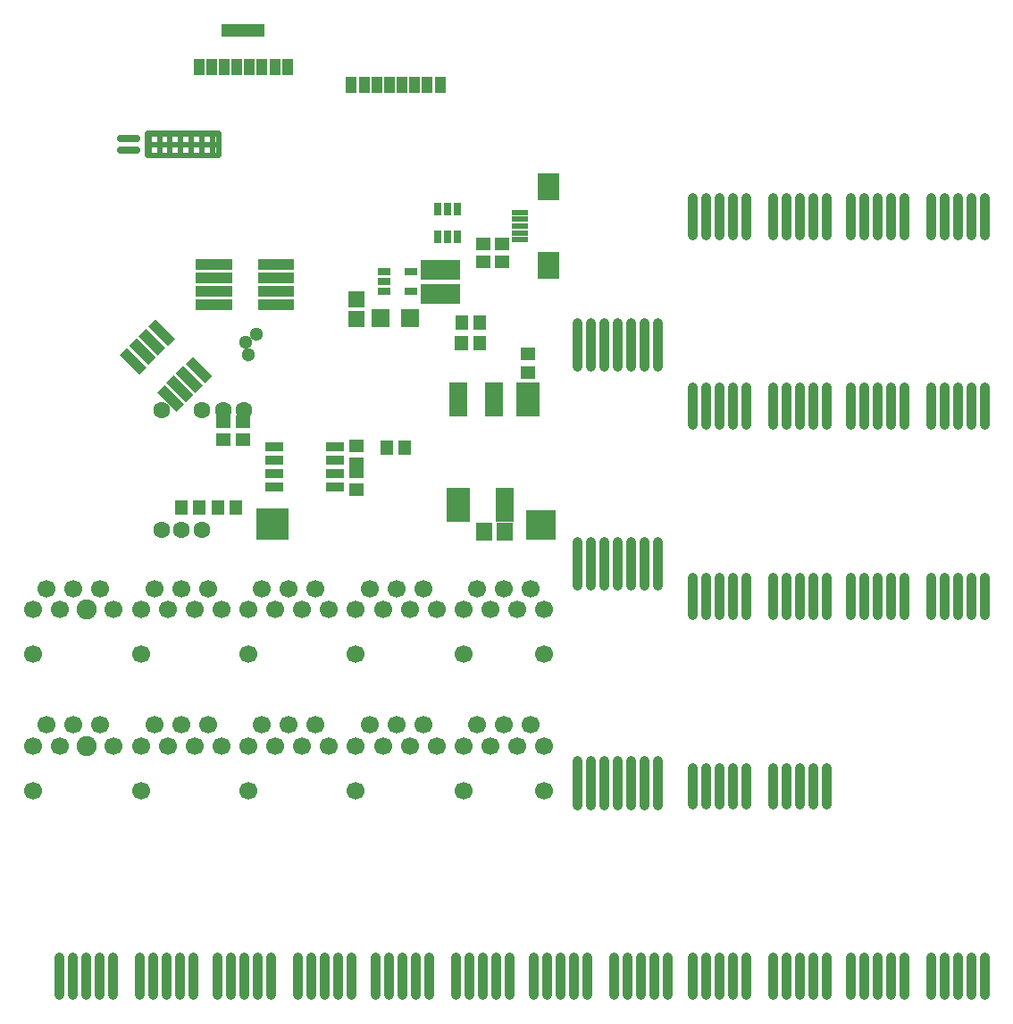
<source format=gbs>
%FSLAX34Y34*%
%MOMM*%
%LNSOLDERMASK_BOTTOM*%
G71*
G01*
%ADD10C, 1.700*%
%ADD11C, 1.900*%
%ADD12R, 1.190X0.800*%
%ADD13R, 3.700X1.900*%
%ADD14R, 1.800X1.800*%
%ADD15R, 1.600X1.500*%
%ADD16C, 1.300*%
%ADD17R, 1.800X0.870*%
%ADD18R, 1.400X1.300*%
%ADD19R, 1.300X1.400*%
%ADD20C, 1.600*%
%ADD21R, 1.550X0.600*%
%ADD22R, 2.100X2.500*%
%ADD23C, 0.700*%
%ADD24R, 2.600X1.000*%
%ADD25R, 0.500X1.200*%
%ADD26R, 1.500X1.700*%
%ADD27R, 3.500X1.000*%
%ADD28R, 2.500X1.000*%
%ADD29C, 0.950*%
%ADD30R, 0.800X1.190*%
%ADD31R, 1.700X3.200*%
%ADD32R, 2.200X3.200*%
%ADD33R, 1.000X1.600*%
%ADD34C, 0.500*%
%LPD*%
X20105Y-652498D02*
G54D10*
D03*
X122105Y-652498D02*
G54D10*
D03*
X224105Y-652498D02*
G54D10*
D03*
X326105Y-652498D02*
G54D10*
D03*
X428105Y-652498D02*
G54D10*
D03*
X504605Y-652498D02*
G54D10*
D03*
X20105Y-610222D02*
G54D10*
D03*
X45605Y-610223D02*
G54D10*
D03*
X71106Y-610222D02*
G54D11*
D03*
X96605Y-610223D02*
G54D10*
D03*
X122105Y-610223D02*
G54D10*
D03*
X147605Y-610223D02*
G54D10*
D03*
X173105Y-610223D02*
G54D10*
D03*
X198605Y-610223D02*
G54D10*
D03*
X224105Y-610223D02*
G54D10*
D03*
X249605Y-610223D02*
G54D10*
D03*
X275105Y-610223D02*
G54D10*
D03*
X300605Y-610223D02*
G54D10*
D03*
X326105Y-610223D02*
G54D10*
D03*
X351605Y-610223D02*
G54D10*
D03*
X377105Y-610223D02*
G54D10*
D03*
X402605Y-610223D02*
G54D10*
D03*
X428105Y-610223D02*
G54D10*
D03*
X453605Y-610223D02*
G54D10*
D03*
X479105Y-610223D02*
G54D10*
D03*
X504605Y-610223D02*
G54D10*
D03*
X32855Y-590222D02*
G54D10*
D03*
X58355Y-590222D02*
G54D10*
D03*
X83855Y-590223D02*
G54D10*
D03*
X134855Y-590223D02*
G54D10*
D03*
X160355Y-590223D02*
G54D10*
D03*
X185855Y-590223D02*
G54D10*
D03*
X236855Y-590223D02*
G54D10*
D03*
X262355Y-590223D02*
G54D10*
D03*
X287855Y-590223D02*
G54D10*
D03*
X338855Y-590223D02*
G54D10*
D03*
X364355Y-590223D02*
G54D10*
D03*
X389855Y-590223D02*
G54D10*
D03*
X440855Y-590223D02*
G54D10*
D03*
X466355Y-590223D02*
G54D10*
D03*
X491855Y-590223D02*
G54D10*
D03*
X352446Y-308947D02*
G54D12*
D03*
X352449Y-299542D02*
G54D12*
D03*
X352446Y-289947D02*
G54D12*
D03*
X378346Y-289947D02*
G54D12*
D03*
X378346Y-308947D02*
G54D12*
D03*
X406518Y-311416D02*
G54D13*
D03*
X406518Y-288416D02*
G54D13*
D03*
X377586Y-333744D02*
G54D14*
D03*
X349586Y-333745D02*
G54D14*
D03*
X326673Y-335252D02*
G54D15*
D03*
X326675Y-316248D02*
G54D15*
D03*
X221425Y-356830D02*
G54D16*
D03*
X231717Y-349462D02*
G54D16*
D03*
X224215Y-368948D02*
G54D16*
D03*
G36*
X487650Y-544200D02*
X487650Y-516200D01*
X515650Y-516200D01*
X515650Y-544200D01*
X487650Y-544200D01*
G37*
G36*
X261815Y-514249D02*
X261815Y-544249D01*
X231815Y-544249D01*
X231815Y-514249D01*
X261815Y-514249D01*
G37*
X305903Y-455905D02*
G54D17*
D03*
X305902Y-468605D02*
G54D17*
D03*
X305903Y-481305D02*
G54D17*
D03*
X305902Y-494005D02*
G54D17*
D03*
X248903Y-494005D02*
G54D17*
D03*
X248903Y-481305D02*
G54D17*
D03*
X248903Y-468605D02*
G54D17*
D03*
X248903Y-455905D02*
G54D17*
D03*
X326371Y-479320D02*
G54D18*
D03*
X326371Y-496320D02*
G54D18*
D03*
X326371Y-455177D02*
G54D18*
D03*
X326370Y-472177D02*
G54D18*
D03*
X355490Y-456627D02*
G54D19*
D03*
X372490Y-456627D02*
G54D19*
D03*
X141696Y-421491D02*
G54D20*
D03*
X200434Y-421491D02*
G54D20*
D03*
X219484Y-421491D02*
G54D20*
D03*
G36*
X102229Y-368952D02*
X109301Y-361882D01*
X127684Y-380268D01*
X120612Y-387338D01*
X102229Y-368952D01*
G37*
G36*
X111209Y-359972D02*
X118281Y-352901D01*
X136664Y-371287D01*
X129593Y-378358D01*
X111209Y-359972D01*
G37*
G36*
X120189Y-350991D02*
X127261Y-343921D01*
X145644Y-362308D01*
X138572Y-369378D01*
X120189Y-350991D01*
G37*
G36*
X129169Y-342013D02*
X136240Y-334942D01*
X154626Y-353325D01*
X147555Y-360397D01*
X129169Y-342013D01*
G37*
G36*
X164525Y-377368D02*
X171596Y-370297D01*
X189980Y-388681D01*
X182909Y-395752D01*
X164525Y-377368D01*
G37*
G36*
X155544Y-386349D02*
X162615Y-379277D01*
X181001Y-397661D01*
X173930Y-404732D01*
X155544Y-386349D01*
G37*
G36*
X146564Y-395329D02*
X153635Y-388258D01*
X172020Y-406641D01*
X164950Y-413713D01*
X146564Y-395329D01*
G37*
G36*
X137584Y-404308D02*
X144656Y-397237D01*
X163040Y-415623D01*
X155968Y-422694D01*
X137584Y-404308D01*
G37*
X212252Y-513547D02*
G54D19*
D03*
X195250Y-513544D02*
G54D19*
D03*
X481586Y-233740D02*
G54D21*
D03*
X481586Y-240240D02*
G54D21*
D03*
X481586Y-246740D02*
G54D21*
D03*
X481586Y-253240D02*
G54D21*
D03*
X481586Y-259740D02*
G54D21*
D03*
X508336Y-284240D02*
G54D22*
D03*
X508336Y-209240D02*
G54D22*
D03*
X464509Y-280756D02*
G54D18*
D03*
X464509Y-263756D02*
G54D18*
D03*
X446650Y-280756D02*
G54D18*
D03*
X446650Y-263756D02*
G54D18*
D03*
G54D23*
X118227Y-174621D02*
X103255Y-174621D01*
G54D23*
X118231Y-163512D02*
X103259Y-163512D01*
X160750Y-513541D02*
G54D19*
D03*
X177752Y-513544D02*
G54D19*
D03*
X245818Y-283440D02*
G54D24*
D03*
X245818Y-296140D02*
G54D24*
D03*
X245818Y-308840D02*
G54D24*
D03*
X245818Y-321540D02*
G54D24*
D03*
X195818Y-321540D02*
G54D24*
D03*
X195818Y-308840D02*
G54D24*
D03*
X195818Y-296140D02*
G54D24*
D03*
X195818Y-283440D02*
G54D24*
D03*
X200175Y-449418D02*
G54D18*
D03*
X200178Y-432416D02*
G54D18*
D03*
X219225Y-449418D02*
G54D18*
D03*
X219228Y-432416D02*
G54D18*
D03*
G36*
X419744Y-350704D02*
X432744Y-350703D01*
X432744Y-364703D01*
X419744Y-364704D01*
X419744Y-350704D01*
G37*
X443244Y-357703D02*
G54D19*
D03*
X201634Y-61378D02*
G54D25*
D03*
X206634Y-61378D02*
G54D25*
D03*
X211634Y-61378D02*
G54D25*
D03*
X216634Y-61378D02*
G54D25*
D03*
X221634Y-61378D02*
G54D25*
D03*
X226634Y-61378D02*
G54D25*
D03*
X231634Y-61378D02*
G54D25*
D03*
X236634Y-61378D02*
G54D25*
D03*
X447320Y-536166D02*
G54D26*
D03*
X467161Y-536167D02*
G54D26*
D03*
X250580Y-283440D02*
G54D27*
D03*
X195818Y-283440D02*
G54D28*
D03*
X250580Y-296140D02*
G54D27*
D03*
X250580Y-308840D02*
G54D27*
D03*
X250580Y-321540D02*
G54D27*
D03*
X191055Y-321540D02*
G54D27*
D03*
X191055Y-308840D02*
G54D27*
D03*
X191055Y-296140D02*
G54D27*
D03*
X191056Y-283440D02*
G54D27*
D03*
X20105Y-781498D02*
G54D10*
D03*
X122105Y-781498D02*
G54D10*
D03*
X224105Y-781498D02*
G54D10*
D03*
X326105Y-781498D02*
G54D10*
D03*
X428105Y-781498D02*
G54D10*
D03*
X504605Y-781498D02*
G54D10*
D03*
X20105Y-739222D02*
G54D10*
D03*
X45605Y-739223D02*
G54D10*
D03*
X71106Y-739222D02*
G54D11*
D03*
X96605Y-739223D02*
G54D10*
D03*
X122105Y-739223D02*
G54D10*
D03*
X147605Y-739223D02*
G54D10*
D03*
X173105Y-739223D02*
G54D10*
D03*
X198605Y-739223D02*
G54D10*
D03*
X224105Y-739223D02*
G54D10*
D03*
X249605Y-739223D02*
G54D10*
D03*
X275105Y-739223D02*
G54D10*
D03*
X300605Y-739223D02*
G54D10*
D03*
X326105Y-739223D02*
G54D10*
D03*
X351605Y-739223D02*
G54D10*
D03*
X377105Y-739223D02*
G54D10*
D03*
X402605Y-739223D02*
G54D10*
D03*
X428105Y-739223D02*
G54D10*
D03*
X453605Y-739223D02*
G54D10*
D03*
X479105Y-739223D02*
G54D10*
D03*
X504605Y-739223D02*
G54D10*
D03*
X32855Y-719222D02*
G54D10*
D03*
X58355Y-719222D02*
G54D10*
D03*
X83855Y-719223D02*
G54D10*
D03*
X134855Y-719223D02*
G54D10*
D03*
X160355Y-719223D02*
G54D10*
D03*
X185855Y-719223D02*
G54D10*
D03*
X236855Y-719223D02*
G54D10*
D03*
X262355Y-719223D02*
G54D10*
D03*
X287855Y-719223D02*
G54D10*
D03*
X338855Y-719223D02*
G54D10*
D03*
X364355Y-719223D02*
G54D10*
D03*
X389855Y-719223D02*
G54D10*
D03*
X440855Y-719223D02*
G54D10*
D03*
X466355Y-719223D02*
G54D10*
D03*
X491855Y-719223D02*
G54D10*
D03*
G54D29*
X158892Y-939601D02*
X158892Y-975001D01*
G54D29*
X146092Y-939601D02*
X146092Y-975001D01*
G54D29*
X133392Y-939601D02*
X133392Y-975001D01*
G54D29*
X120792Y-939601D02*
X120792Y-975001D01*
G54D29*
X95292Y-939601D02*
X95292Y-975001D01*
G54D29*
X171492Y-939601D02*
X171492Y-975001D01*
G54D29*
X82592Y-939601D02*
X82592Y-975001D01*
G54D29*
X69992Y-939601D02*
X69992Y-975001D01*
G54D29*
X57192Y-939601D02*
X57192Y-975001D01*
G54D29*
X44492Y-939601D02*
X44492Y-975001D01*
G54D29*
X308892Y-939601D02*
X308892Y-975001D01*
G54D29*
X296092Y-939601D02*
X296092Y-975001D01*
G54D29*
X283392Y-939601D02*
X283392Y-975001D01*
G54D29*
X270792Y-939601D02*
X270792Y-975001D01*
G54D29*
X245292Y-939601D02*
X245292Y-975001D01*
G54D29*
X321492Y-939601D02*
X321492Y-975001D01*
G54D29*
X232592Y-939601D02*
X232592Y-975001D01*
G54D29*
X219992Y-939601D02*
X219992Y-975001D01*
G54D29*
X207192Y-939601D02*
X207192Y-975001D01*
G54D29*
X194492Y-939601D02*
X194492Y-975001D01*
G54D29*
X458892Y-939601D02*
X458892Y-975001D01*
G54D29*
X446092Y-939601D02*
X446092Y-975001D01*
G54D29*
X433392Y-939601D02*
X433392Y-975001D01*
G54D29*
X420792Y-939601D02*
X420792Y-975001D01*
G54D29*
X395292Y-939601D02*
X395292Y-975001D01*
G54D29*
X471492Y-939601D02*
X471492Y-975001D01*
G54D29*
X382592Y-939601D02*
X382592Y-975001D01*
G54D29*
X369992Y-939601D02*
X369992Y-975001D01*
G54D29*
X357192Y-939601D02*
X357192Y-975001D01*
G54D29*
X344492Y-939601D02*
X344492Y-975001D01*
G54D29*
X608893Y-939601D02*
X608892Y-975001D01*
G54D29*
X596092Y-939601D02*
X596092Y-975001D01*
G54D29*
X583392Y-939601D02*
X583392Y-975001D01*
G54D29*
X570792Y-939601D02*
X570792Y-975001D01*
G54D29*
X545292Y-939601D02*
X545292Y-975001D01*
G54D29*
X621492Y-939601D02*
X621492Y-975001D01*
G54D29*
X532592Y-939601D02*
X532592Y-975001D01*
G54D29*
X519992Y-939601D02*
X519992Y-975001D01*
G54D29*
X507192Y-939601D02*
X507192Y-975001D01*
G54D29*
X494492Y-939601D02*
X494492Y-975001D01*
G54D29*
X758892Y-939601D02*
X758892Y-975001D01*
G54D29*
X746092Y-939601D02*
X746092Y-975001D01*
G54D29*
X733392Y-939601D02*
X733392Y-975001D01*
G54D29*
X720792Y-939601D02*
X720792Y-975001D01*
G54D29*
X695292Y-939601D02*
X695292Y-975001D01*
G54D29*
X771492Y-939601D02*
X771492Y-975001D01*
G54D29*
X682592Y-939601D02*
X682592Y-975001D01*
G54D29*
X669992Y-939601D02*
X669992Y-975001D01*
G54D29*
X657192Y-939601D02*
X657192Y-975001D01*
G54D29*
X644492Y-939601D02*
X644492Y-975001D01*
G54D29*
X908893Y-939601D02*
X908893Y-975001D01*
G54D29*
X896093Y-939601D02*
X896093Y-975001D01*
G54D29*
X883393Y-939601D02*
X883393Y-975001D01*
G54D29*
X870793Y-939601D02*
X870793Y-975001D01*
G54D29*
X845293Y-939601D02*
X845293Y-975001D01*
G54D29*
X921493Y-939601D02*
X921493Y-975001D01*
G54D29*
X832593Y-939601D02*
X832593Y-975001D01*
G54D29*
X819993Y-939601D02*
X819993Y-975001D01*
G54D29*
X807193Y-939601D02*
X807193Y-975001D01*
G54D29*
X794493Y-939601D02*
X794493Y-975001D01*
G54D29*
X758893Y-759600D02*
X758892Y-795000D01*
G54D29*
X746092Y-759600D02*
X746092Y-795000D01*
G54D29*
X733392Y-759600D02*
X733392Y-795000D01*
G54D29*
X720792Y-759600D02*
X720792Y-795000D01*
G54D29*
X695292Y-759600D02*
X695292Y-795000D01*
G54D29*
X771492Y-759600D02*
X771492Y-795000D01*
G54D29*
X682592Y-759600D02*
X682592Y-795000D01*
G54D29*
X669992Y-759600D02*
X669992Y-795000D01*
G54D29*
X657192Y-759600D02*
X657192Y-795000D01*
G54D29*
X644492Y-759600D02*
X644492Y-795000D01*
G54D29*
X908893Y-579601D02*
X908892Y-615001D01*
G54D29*
X896092Y-579601D02*
X896092Y-615001D01*
G54D29*
X883392Y-579601D02*
X883392Y-615001D01*
G54D29*
X870792Y-579601D02*
X870792Y-615001D01*
G54D29*
X845292Y-579601D02*
X845292Y-615001D01*
G54D29*
X921492Y-579601D02*
X921492Y-615001D01*
G54D29*
X832592Y-579601D02*
X832592Y-615001D01*
G54D29*
X819992Y-579601D02*
X819992Y-615001D01*
G54D29*
X807192Y-579601D02*
X807192Y-615001D01*
G54D29*
X794492Y-579601D02*
X794492Y-615001D01*
G54D29*
X758893Y-579601D02*
X758892Y-615001D01*
G54D29*
X746092Y-579601D02*
X746092Y-615001D01*
G54D29*
X733392Y-579601D02*
X733392Y-615001D01*
G54D29*
X720792Y-579601D02*
X720792Y-615001D01*
G54D29*
X695292Y-579601D02*
X695292Y-615001D01*
G54D29*
X771492Y-579601D02*
X771492Y-615001D01*
G54D29*
X682592Y-579601D02*
X682592Y-615001D01*
G54D29*
X669992Y-579601D02*
X669992Y-615001D01*
G54D29*
X657192Y-579601D02*
X657192Y-615001D01*
G54D29*
X644492Y-579601D02*
X644492Y-615001D01*
G54D29*
X908893Y-399601D02*
X908892Y-435001D01*
G54D29*
X896092Y-399601D02*
X896092Y-435001D01*
G54D29*
X883392Y-399601D02*
X883392Y-435001D01*
G54D29*
X870792Y-399601D02*
X870792Y-435001D01*
G54D29*
X845292Y-399601D02*
X845292Y-435001D01*
G54D29*
X921492Y-399601D02*
X921492Y-435001D01*
G54D29*
X832592Y-399601D02*
X832592Y-435001D01*
G54D29*
X819992Y-399601D02*
X819992Y-435001D01*
G54D29*
X807192Y-399601D02*
X807192Y-435001D01*
G54D29*
X794492Y-399601D02*
X794492Y-435001D01*
G54D29*
X758893Y-399601D02*
X758892Y-435001D01*
G54D29*
X746092Y-399601D02*
X746092Y-435001D01*
G54D29*
X733392Y-399601D02*
X733392Y-435001D01*
G54D29*
X720792Y-399601D02*
X720792Y-435001D01*
G54D29*
X695292Y-399601D02*
X695292Y-435001D01*
G54D29*
X771492Y-399601D02*
X771492Y-435001D01*
G54D29*
X682592Y-399601D02*
X682592Y-435001D01*
G54D29*
X669992Y-399601D02*
X669992Y-435001D01*
G54D29*
X657192Y-399601D02*
X657192Y-435001D01*
G54D29*
X644492Y-399601D02*
X644492Y-435001D01*
G54D29*
X599395Y-753425D02*
X599395Y-795175D01*
G54D29*
X586595Y-753426D02*
X586595Y-795176D01*
G54D29*
X573895Y-753426D02*
X573895Y-795176D01*
G54D29*
X561295Y-753426D02*
X561295Y-795176D01*
G54D29*
X548495Y-753426D02*
X548495Y-795175D01*
G54D29*
X535795Y-753426D02*
X535795Y-795175D01*
G54D29*
X611995Y-753425D02*
X611995Y-795176D01*
G54D29*
X908893Y-219601D02*
X908892Y-255001D01*
G54D29*
X896092Y-219601D02*
X896092Y-255001D01*
G54D29*
X883392Y-219601D02*
X883392Y-255001D01*
G54D29*
X870792Y-219601D02*
X870792Y-255001D01*
G54D29*
X845292Y-219601D02*
X845292Y-255001D01*
G54D29*
X921492Y-219601D02*
X921492Y-255001D01*
G54D29*
X832592Y-219601D02*
X832592Y-255001D01*
G54D29*
X819992Y-219601D02*
X819992Y-255001D01*
G54D29*
X807192Y-219601D02*
X807192Y-255001D01*
G54D29*
X794492Y-219601D02*
X794492Y-255001D01*
G54D29*
X758893Y-219601D02*
X758893Y-255001D01*
G54D29*
X746093Y-219601D02*
X746093Y-255001D01*
G54D29*
X733393Y-219601D02*
X733393Y-255001D01*
G54D29*
X720793Y-219601D02*
X720793Y-255001D01*
G54D29*
X695293Y-219601D02*
X695293Y-255001D01*
G54D29*
X771493Y-219601D02*
X771493Y-255001D01*
G54D29*
X682593Y-219601D02*
X682593Y-255001D01*
G54D29*
X669993Y-219601D02*
X669993Y-255001D01*
G54D29*
X657193Y-219601D02*
X657193Y-255001D01*
G54D29*
X644493Y-219601D02*
X644493Y-255001D01*
X141697Y-534328D02*
G54D20*
D03*
X160746Y-534328D02*
G54D20*
D03*
X179796Y-534328D02*
G54D20*
D03*
X179797Y-421490D02*
G54D20*
D03*
X422552Y-230661D02*
G54D30*
D03*
X413147Y-230663D02*
G54D30*
D03*
X403552Y-230661D02*
G54D30*
D03*
X403552Y-256561D02*
G54D30*
D03*
X422552Y-256561D02*
G54D30*
D03*
X413148Y-256563D02*
G54D30*
D03*
G54D29*
X599395Y-545780D02*
X599395Y-587530D01*
G54D29*
X586595Y-545780D02*
X586595Y-587530D01*
G54D29*
X573895Y-545780D02*
X573895Y-587530D01*
G54D29*
X561295Y-545780D02*
X561295Y-587530D01*
G54D29*
X548495Y-545780D02*
X548495Y-587530D01*
G54D29*
X535795Y-545780D02*
X535795Y-587530D01*
G54D29*
X611995Y-545780D02*
X611995Y-587530D01*
X467161Y-510640D02*
G54D31*
D03*
X423161Y-510640D02*
G54D32*
D03*
X489161Y-410640D02*
G54D32*
D03*
X457161Y-410640D02*
G54D31*
D03*
X423161Y-410640D02*
G54D31*
D03*
X489161Y-385240D02*
G54D18*
D03*
X489161Y-368240D02*
G54D18*
D03*
X321766Y-112719D02*
G54D33*
D03*
X426244Y-338654D02*
G54D19*
D03*
X443244Y-338653D02*
G54D19*
D03*
X405766Y-112719D02*
G54D33*
D03*
X393766Y-112719D02*
G54D33*
D03*
X381766Y-112719D02*
G54D33*
D03*
X369766Y-112719D02*
G54D33*
D03*
X357766Y-112719D02*
G54D33*
D03*
X345766Y-112719D02*
G54D33*
D03*
X333766Y-112719D02*
G54D33*
D03*
X177134Y-95806D02*
G54D33*
D03*
X261134Y-95806D02*
G54D33*
D03*
X249134Y-95806D02*
G54D33*
D03*
X237134Y-95806D02*
G54D33*
D03*
X225134Y-95806D02*
G54D33*
D03*
X213134Y-95806D02*
G54D33*
D03*
X201134Y-95806D02*
G54D33*
D03*
X189134Y-95806D02*
G54D33*
D03*
G54D34*
X130000Y-179638D02*
X130000Y-158494D01*
X140000Y-179638D02*
X140000Y-158494D01*
X150000Y-179638D02*
X150000Y-158494D01*
X160000Y-179638D02*
X160000Y-158494D01*
X170000Y-179638D02*
X170000Y-158494D01*
X180000Y-179638D02*
X180000Y-158494D01*
X190000Y-179638D02*
X190000Y-158494D01*
X128406Y-170000D02*
X195799Y-170000D01*
X128408Y-160000D02*
X195801Y-160000D01*
G54D34*
X128408Y-158494D02*
X128404Y-179638D01*
X195797Y-179638D01*
X195801Y-158494D01*
X128408Y-158494D01*
G54D29*
X599395Y-338135D02*
X599395Y-379885D01*
G54D29*
X586595Y-338136D02*
X586595Y-379886D01*
G54D29*
X573895Y-338136D02*
X573895Y-379886D01*
G54D29*
X561295Y-338136D02*
X561295Y-379886D01*
G54D29*
X548495Y-338136D02*
X548495Y-379885D01*
G54D29*
X535795Y-338136D02*
X535795Y-379885D01*
G54D29*
X611995Y-338135D02*
X611995Y-379886D01*
M02*

</source>
